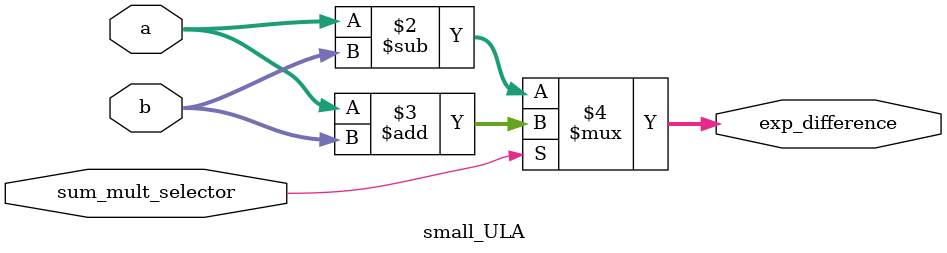
<source format=v>
module small_ULA(
    input sum_mult_selector,
    input [7:0] a,
    input [7:0] b,
    output [7:0] exp_difference
);

assign exp_difference = (sum_mult_selector == 0) ? (a-b) : (a+b); // sum_mult_selector = 0 -> soma || sum_mult_selector = 1 -> multiplicacao

endmodule
</source>
